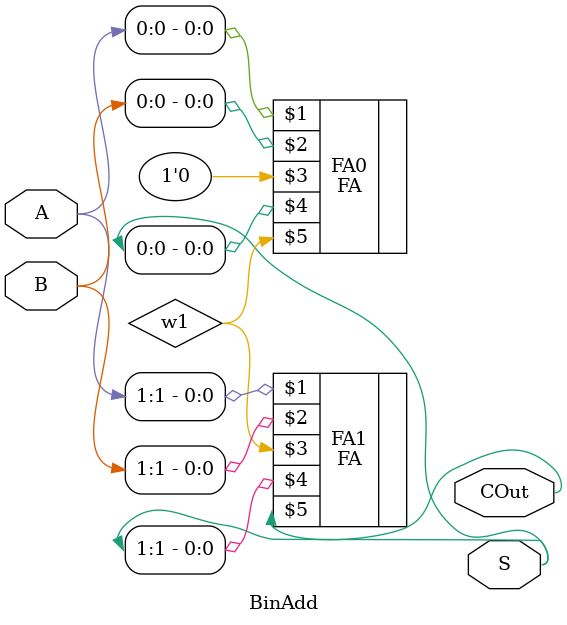
<source format=v>
module BinAdd(A,B,S,COut);
    input [1:0] A,B;
    output [1:0] S;
    output COut;
    wire w1;
    FA FA0(A[0],B[0],1'b0,S[0],w1);
    FA FA1(A[1],B[1],w1,S[1],COut);
    
    endmodule

</source>
